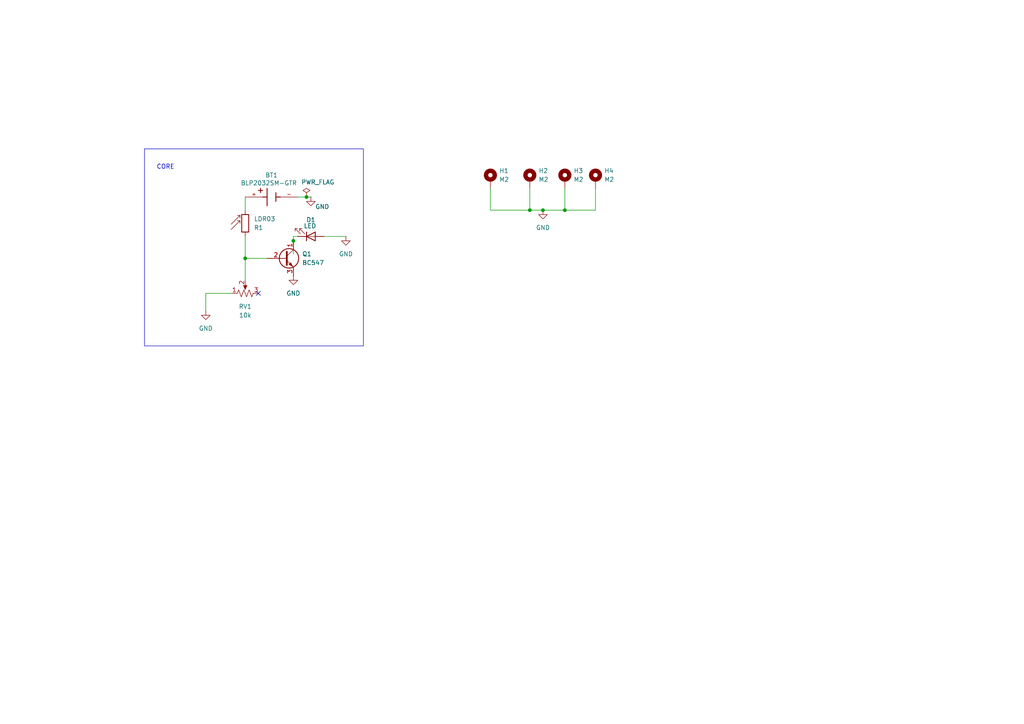
<source format=kicad_sch>
(kicad_sch
	(version 20231120)
	(generator "eeschema")
	(generator_version "8.0")
	(uuid "5433c569-4e46-4578-b473-76e2bbe26f99")
	(paper "A4")
	(lib_symbols
		(symbol "Coin_Cell_Holder:BLP2032SM-GTR"
			(pin_names
				(offset 1.016)
			)
			(exclude_from_sim no)
			(in_bom yes)
			(on_board yes)
			(property "Reference" "BT"
				(at -3.81 3.81 0)
				(effects
					(font
						(size 1.27 1.27)
					)
					(justify left bottom)
				)
			)
			(property "Value" "BLP2032SM-GTR"
				(at -3.81 -5.08 0)
				(effects
					(font
						(size 1.27 1.27)
					)
					(justify left bottom)
				)
			)
			(property "Footprint" "BLP2032SM-GTR:BAT_BLP2032SM-GTR"
				(at 0 0 0)
				(effects
					(font
						(size 1.27 1.27)
					)
					(justify bottom)
					(hide yes)
				)
			)
			(property "Datasheet" ""
				(at 0 0 0)
				(effects
					(font
						(size 1.27 1.27)
					)
					(hide yes)
				)
			)
			(property "Description" ""
				(at 0 0 0)
				(effects
					(font
						(size 1.27 1.27)
					)
					(hide yes)
				)
			)
			(property "MF" "Memory Protection Devices"
				(at 0 0 0)
				(effects
					(font
						(size 1.27 1.27)
					)
					(justify bottom)
					(hide yes)
				)
			)
			(property "MAXIMUM_PACKAGE_HEIGHT" "4.75mm"
				(at 0 0 0)
				(effects
					(font
						(size 1.27 1.27)
					)
					(justify bottom)
					(hide yes)
				)
			)
			(property "Package" "None"
				(at 0 0 0)
				(effects
					(font
						(size 1.27 1.27)
					)
					(justify bottom)
					(hide yes)
				)
			)
			(property "Price" "None"
				(at 0 0 0)
				(effects
					(font
						(size 1.27 1.27)
					)
					(justify bottom)
					(hide yes)
				)
			)
			(property "Check_prices" "https://www.snapeda.com/parts/BLP2032SM-GTR/MPD+%2528Memory+Protection+Devices%2529/view-part/?ref=eda"
				(at 0 0 0)
				(effects
					(font
						(size 1.27 1.27)
					)
					(justify bottom)
					(hide yes)
				)
			)
			(property "STANDARD" "Manufacturer Recommendations"
				(at 0 0 0)
				(effects
					(font
						(size 1.27 1.27)
					)
					(justify bottom)
					(hide yes)
				)
			)
			(property "PARTREV" "J"
				(at 0 0 0)
				(effects
					(font
						(size 1.27 1.27)
					)
					(justify bottom)
					(hide yes)
				)
			)
			(property "SnapEDA_Link" "https://www.snapeda.com/parts/BLP2032SM-GTR/MPD+%2528Memory+Protection+Devices%2529/view-part/?ref=snap"
				(at 0 0 0)
				(effects
					(font
						(size 1.27 1.27)
					)
					(justify bottom)
					(hide yes)
				)
			)
			(property "MP" "BLP2032SM-GTR"
				(at 0 0 0)
				(effects
					(font
						(size 1.27 1.27)
					)
					(justify bottom)
					(hide yes)
				)
			)
			(property "Description_1" "\nBattery Holder (Open) Coin, 20.0mm 1 Cell SMD (SMT) Tab\n"
				(at 0 0 0)
				(effects
					(font
						(size 1.27 1.27)
					)
					(justify bottom)
					(hide yes)
				)
			)
			(property "Availability" "In Stock"
				(at 0 0 0)
				(effects
					(font
						(size 1.27 1.27)
					)
					(justify bottom)
					(hide yes)
				)
			)
			(property "MANUFACTURER" "MPD"
				(at 0 0 0)
				(effects
					(font
						(size 1.27 1.27)
					)
					(justify bottom)
					(hide yes)
				)
			)
			(symbol "BLP2032SM-GTR_0_0"
				(polyline
					(pts
						(xy -3.81 1.905) (xy -2.54 1.905)
					)
					(stroke
						(width 0.254)
						(type default)
					)
					(fill
						(type none)
					)
				)
				(polyline
					(pts
						(xy -3.175 2.54) (xy -3.175 1.27)
					)
					(stroke
						(width 0.254)
						(type default)
					)
					(fill
						(type none)
					)
				)
				(polyline
					(pts
						(xy -1.27 0) (xy -2.54 0)
					)
					(stroke
						(width 0.254)
						(type default)
					)
					(fill
						(type none)
					)
				)
				(polyline
					(pts
						(xy -1.27 0) (xy -1.27 -2.54)
					)
					(stroke
						(width 0.254)
						(type default)
					)
					(fill
						(type none)
					)
				)
				(polyline
					(pts
						(xy -1.27 2.54) (xy -1.27 0)
					)
					(stroke
						(width 0.254)
						(type default)
					)
					(fill
						(type none)
					)
				)
				(polyline
					(pts
						(xy 1.27 0) (xy 1.27 -1.27)
					)
					(stroke
						(width 0.254)
						(type default)
					)
					(fill
						(type none)
					)
				)
				(polyline
					(pts
						(xy 1.27 0) (xy 2.54 0)
					)
					(stroke
						(width 0.254)
						(type default)
					)
					(fill
						(type none)
					)
				)
				(polyline
					(pts
						(xy 1.27 1.27) (xy 1.27 0)
					)
					(stroke
						(width 0.254)
						(type default)
					)
					(fill
						(type none)
					)
				)
				(pin passive line
					(at -7.62 0 0)
					(length 5.08)
					(name "~"
						(effects
							(font
								(size 1.016 1.016)
							)
						)
					)
					(number "+"
						(effects
							(font
								(size 1.016 1.016)
							)
						)
					)
				)
				(pin passive line
					(at 7.62 0 180)
					(length 5.08)
					(name "~"
						(effects
							(font
								(size 1.016 1.016)
							)
						)
					)
					(number "-"
						(effects
							(font
								(size 1.016 1.016)
							)
						)
					)
				)
			)
		)
		(symbol "Device:LED"
			(pin_numbers hide)
			(pin_names
				(offset 1.016) hide)
			(exclude_from_sim no)
			(in_bom yes)
			(on_board yes)
			(property "Reference" "D"
				(at 0 2.54 0)
				(effects
					(font
						(size 1.27 1.27)
					)
				)
			)
			(property "Value" "LED"
				(at 0 -2.54 0)
				(effects
					(font
						(size 1.27 1.27)
					)
				)
			)
			(property "Footprint" ""
				(at 0 0 0)
				(effects
					(font
						(size 1.27 1.27)
					)
					(hide yes)
				)
			)
			(property "Datasheet" "~"
				(at 0 0 0)
				(effects
					(font
						(size 1.27 1.27)
					)
					(hide yes)
				)
			)
			(property "Description" "Light emitting diode"
				(at 0 0 0)
				(effects
					(font
						(size 1.27 1.27)
					)
					(hide yes)
				)
			)
			(property "ki_keywords" "LED diode"
				(at 0 0 0)
				(effects
					(font
						(size 1.27 1.27)
					)
					(hide yes)
				)
			)
			(property "ki_fp_filters" "LED* LED_SMD:* LED_THT:*"
				(at 0 0 0)
				(effects
					(font
						(size 1.27 1.27)
					)
					(hide yes)
				)
			)
			(symbol "LED_0_1"
				(polyline
					(pts
						(xy -1.27 -1.27) (xy -1.27 1.27)
					)
					(stroke
						(width 0.254)
						(type default)
					)
					(fill
						(type none)
					)
				)
				(polyline
					(pts
						(xy -1.27 0) (xy 1.27 0)
					)
					(stroke
						(width 0)
						(type default)
					)
					(fill
						(type none)
					)
				)
				(polyline
					(pts
						(xy 1.27 -1.27) (xy 1.27 1.27) (xy -1.27 0) (xy 1.27 -1.27)
					)
					(stroke
						(width 0.254)
						(type default)
					)
					(fill
						(type none)
					)
				)
				(polyline
					(pts
						(xy -3.048 -0.762) (xy -4.572 -2.286) (xy -3.81 -2.286) (xy -4.572 -2.286) (xy -4.572 -1.524)
					)
					(stroke
						(width 0)
						(type default)
					)
					(fill
						(type none)
					)
				)
				(polyline
					(pts
						(xy -1.778 -0.762) (xy -3.302 -2.286) (xy -2.54 -2.286) (xy -3.302 -2.286) (xy -3.302 -1.524)
					)
					(stroke
						(width 0)
						(type default)
					)
					(fill
						(type none)
					)
				)
			)
			(symbol "LED_1_1"
				(pin passive line
					(at -3.81 0 0)
					(length 2.54)
					(name "K"
						(effects
							(font
								(size 1.27 1.27)
							)
						)
					)
					(number "1"
						(effects
							(font
								(size 1.27 1.27)
							)
						)
					)
				)
				(pin passive line
					(at 3.81 0 180)
					(length 2.54)
					(name "A"
						(effects
							(font
								(size 1.27 1.27)
							)
						)
					)
					(number "2"
						(effects
							(font
								(size 1.27 1.27)
							)
						)
					)
				)
			)
		)
		(symbol "Device:R_Potentiometer_US"
			(pin_names
				(offset 1.016) hide)
			(exclude_from_sim no)
			(in_bom yes)
			(on_board yes)
			(property "Reference" "RV"
				(at -4.445 0 90)
				(effects
					(font
						(size 1.27 1.27)
					)
				)
			)
			(property "Value" "R_Potentiometer_US"
				(at -2.54 0 90)
				(effects
					(font
						(size 1.27 1.27)
					)
				)
			)
			(property "Footprint" ""
				(at 0 0 0)
				(effects
					(font
						(size 1.27 1.27)
					)
					(hide yes)
				)
			)
			(property "Datasheet" "~"
				(at 0 0 0)
				(effects
					(font
						(size 1.27 1.27)
					)
					(hide yes)
				)
			)
			(property "Description" "Potentiometer, US symbol"
				(at 0 0 0)
				(effects
					(font
						(size 1.27 1.27)
					)
					(hide yes)
				)
			)
			(property "ki_keywords" "resistor variable"
				(at 0 0 0)
				(effects
					(font
						(size 1.27 1.27)
					)
					(hide yes)
				)
			)
			(property "ki_fp_filters" "Potentiometer*"
				(at 0 0 0)
				(effects
					(font
						(size 1.27 1.27)
					)
					(hide yes)
				)
			)
			(symbol "R_Potentiometer_US_0_1"
				(polyline
					(pts
						(xy 0 -2.286) (xy 0 -2.54)
					)
					(stroke
						(width 0)
						(type default)
					)
					(fill
						(type none)
					)
				)
				(polyline
					(pts
						(xy 0 2.54) (xy 0 2.286)
					)
					(stroke
						(width 0)
						(type default)
					)
					(fill
						(type none)
					)
				)
				(polyline
					(pts
						(xy 2.54 0) (xy 1.524 0)
					)
					(stroke
						(width 0)
						(type default)
					)
					(fill
						(type none)
					)
				)
				(polyline
					(pts
						(xy 1.143 0) (xy 2.286 0.508) (xy 2.286 -0.508) (xy 1.143 0)
					)
					(stroke
						(width 0)
						(type default)
					)
					(fill
						(type outline)
					)
				)
				(polyline
					(pts
						(xy 0 -0.762) (xy 1.016 -1.143) (xy 0 -1.524) (xy -1.016 -1.905) (xy 0 -2.286)
					)
					(stroke
						(width 0)
						(type default)
					)
					(fill
						(type none)
					)
				)
				(polyline
					(pts
						(xy 0 0.762) (xy 1.016 0.381) (xy 0 0) (xy -1.016 -0.381) (xy 0 -0.762)
					)
					(stroke
						(width 0)
						(type default)
					)
					(fill
						(type none)
					)
				)
				(polyline
					(pts
						(xy 0 2.286) (xy 1.016 1.905) (xy 0 1.524) (xy -1.016 1.143) (xy 0 0.762)
					)
					(stroke
						(width 0)
						(type default)
					)
					(fill
						(type none)
					)
				)
			)
			(symbol "R_Potentiometer_US_1_1"
				(pin passive line
					(at 0 3.81 270)
					(length 1.27)
					(name "1"
						(effects
							(font
								(size 1.27 1.27)
							)
						)
					)
					(number "1"
						(effects
							(font
								(size 1.27 1.27)
							)
						)
					)
				)
				(pin passive line
					(at 3.81 0 180)
					(length 1.27)
					(name "2"
						(effects
							(font
								(size 1.27 1.27)
							)
						)
					)
					(number "2"
						(effects
							(font
								(size 1.27 1.27)
							)
						)
					)
				)
				(pin passive line
					(at 0 -3.81 90)
					(length 1.27)
					(name "3"
						(effects
							(font
								(size 1.27 1.27)
							)
						)
					)
					(number "3"
						(effects
							(font
								(size 1.27 1.27)
							)
						)
					)
				)
			)
		)
		(symbol "Mechanical:MountingHole_Pad"
			(pin_numbers hide)
			(pin_names
				(offset 1.016) hide)
			(exclude_from_sim yes)
			(in_bom no)
			(on_board yes)
			(property "Reference" "H"
				(at 0 6.35 0)
				(effects
					(font
						(size 1.27 1.27)
					)
				)
			)
			(property "Value" "MountingHole_Pad"
				(at 0 4.445 0)
				(effects
					(font
						(size 1.27 1.27)
					)
				)
			)
			(property "Footprint" ""
				(at 0 0 0)
				(effects
					(font
						(size 1.27 1.27)
					)
					(hide yes)
				)
			)
			(property "Datasheet" "~"
				(at 0 0 0)
				(effects
					(font
						(size 1.27 1.27)
					)
					(hide yes)
				)
			)
			(property "Description" "Mounting Hole with connection"
				(at 0 0 0)
				(effects
					(font
						(size 1.27 1.27)
					)
					(hide yes)
				)
			)
			(property "ki_keywords" "mounting hole"
				(at 0 0 0)
				(effects
					(font
						(size 1.27 1.27)
					)
					(hide yes)
				)
			)
			(property "ki_fp_filters" "MountingHole*Pad*"
				(at 0 0 0)
				(effects
					(font
						(size 1.27 1.27)
					)
					(hide yes)
				)
			)
			(symbol "MountingHole_Pad_0_1"
				(circle
					(center 0 1.27)
					(radius 1.27)
					(stroke
						(width 1.27)
						(type default)
					)
					(fill
						(type none)
					)
				)
			)
			(symbol "MountingHole_Pad_1_1"
				(pin input line
					(at 0 -2.54 90)
					(length 2.54)
					(name "1"
						(effects
							(font
								(size 1.27 1.27)
							)
						)
					)
					(number "1"
						(effects
							(font
								(size 1.27 1.27)
							)
						)
					)
				)
			)
		)
		(symbol "Sensor_Optical:LDR03"
			(pin_numbers hide)
			(pin_names
				(offset 0)
			)
			(exclude_from_sim no)
			(in_bom yes)
			(on_board yes)
			(property "Reference" "R"
				(at -5.08 0 90)
				(effects
					(font
						(size 1.27 1.27)
					)
				)
			)
			(property "Value" "LDR03"
				(at 1.905 0 90)
				(effects
					(font
						(size 1.27 1.27)
					)
					(justify top)
				)
			)
			(property "Footprint" "OptoDevice:R_LDR_10x8.5mm_P7.6mm_Vertical"
				(at 4.445 0 90)
				(effects
					(font
						(size 1.27 1.27)
					)
					(hide yes)
				)
			)
			(property "Datasheet" "http://www.elektronica-componenten.nl/WebRoot/StoreNL/Shops/61422969/54F1/BA0C/C664/31B9/2173/C0A8/2AB9/2AEF/LDR03IMP.pdf"
				(at 0 -1.27 0)
				(effects
					(font
						(size 1.27 1.27)
					)
					(hide yes)
				)
			)
			(property "Description" "light dependent resistor"
				(at 0 0 0)
				(effects
					(font
						(size 1.27 1.27)
					)
					(hide yes)
				)
			)
			(property "ki_keywords" "light dependent photo resistor LDR"
				(at 0 0 0)
				(effects
					(font
						(size 1.27 1.27)
					)
					(hide yes)
				)
			)
			(property "ki_fp_filters" "R*LDR*10x8.5mm*P7.6mm*"
				(at 0 0 0)
				(effects
					(font
						(size 1.27 1.27)
					)
					(hide yes)
				)
			)
			(symbol "LDR03_0_1"
				(rectangle
					(start -1.016 2.54)
					(end 1.016 -2.54)
					(stroke
						(width 0.254)
						(type default)
					)
					(fill
						(type none)
					)
				)
				(polyline
					(pts
						(xy -1.524 -2.286) (xy -4.064 0.254)
					)
					(stroke
						(width 0)
						(type default)
					)
					(fill
						(type none)
					)
				)
				(polyline
					(pts
						(xy -1.524 -2.286) (xy -2.286 -2.286)
					)
					(stroke
						(width 0)
						(type default)
					)
					(fill
						(type none)
					)
				)
				(polyline
					(pts
						(xy -1.524 -2.286) (xy -1.524 -1.524)
					)
					(stroke
						(width 0)
						(type default)
					)
					(fill
						(type none)
					)
				)
				(polyline
					(pts
						(xy -1.524 -0.762) (xy -4.064 1.778)
					)
					(stroke
						(width 0)
						(type default)
					)
					(fill
						(type none)
					)
				)
				(polyline
					(pts
						(xy -1.524 -0.762) (xy -2.286 -0.762)
					)
					(stroke
						(width 0)
						(type default)
					)
					(fill
						(type none)
					)
				)
				(polyline
					(pts
						(xy -1.524 -0.762) (xy -1.524 0)
					)
					(stroke
						(width 0)
						(type default)
					)
					(fill
						(type none)
					)
				)
			)
			(symbol "LDR03_1_1"
				(pin passive line
					(at 0 3.81 270)
					(length 1.27)
					(name "~"
						(effects
							(font
								(size 1.27 1.27)
							)
						)
					)
					(number "1"
						(effects
							(font
								(size 1.27 1.27)
							)
						)
					)
				)
				(pin passive line
					(at 0 -3.81 90)
					(length 1.27)
					(name "~"
						(effects
							(font
								(size 1.27 1.27)
							)
						)
					)
					(number "2"
						(effects
							(font
								(size 1.27 1.27)
							)
						)
					)
				)
			)
		)
		(symbol "Transistor_BJT:BC547"
			(pin_names
				(offset 0) hide)
			(exclude_from_sim no)
			(in_bom yes)
			(on_board yes)
			(property "Reference" "Q"
				(at 5.08 1.905 0)
				(effects
					(font
						(size 1.27 1.27)
					)
					(justify left)
				)
			)
			(property "Value" "BC547"
				(at 5.08 0 0)
				(effects
					(font
						(size 1.27 1.27)
					)
					(justify left)
				)
			)
			(property "Footprint" "Package_TO_SOT_THT:TO-92_Inline"
				(at 5.08 -1.905 0)
				(effects
					(font
						(size 1.27 1.27)
						(italic yes)
					)
					(justify left)
					(hide yes)
				)
			)
			(property "Datasheet" "https://www.onsemi.com/pub/Collateral/BC550-D.pdf"
				(at 0 0 0)
				(effects
					(font
						(size 1.27 1.27)
					)
					(justify left)
					(hide yes)
				)
			)
			(property "Description" "0.1A Ic, 45V Vce, Small Signal NPN Transistor, TO-92"
				(at 0 0 0)
				(effects
					(font
						(size 1.27 1.27)
					)
					(hide yes)
				)
			)
			(property "ki_keywords" "NPN Transistor"
				(at 0 0 0)
				(effects
					(font
						(size 1.27 1.27)
					)
					(hide yes)
				)
			)
			(property "ki_fp_filters" "TO?92*"
				(at 0 0 0)
				(effects
					(font
						(size 1.27 1.27)
					)
					(hide yes)
				)
			)
			(symbol "BC547_0_1"
				(polyline
					(pts
						(xy 0 0) (xy 0.635 0)
					)
					(stroke
						(width 0)
						(type default)
					)
					(fill
						(type none)
					)
				)
				(polyline
					(pts
						(xy 0.635 0.635) (xy 2.54 2.54)
					)
					(stroke
						(width 0)
						(type default)
					)
					(fill
						(type none)
					)
				)
				(polyline
					(pts
						(xy 0.635 -0.635) (xy 2.54 -2.54) (xy 2.54 -2.54)
					)
					(stroke
						(width 0)
						(type default)
					)
					(fill
						(type none)
					)
				)
				(polyline
					(pts
						(xy 0.635 1.905) (xy 0.635 -1.905) (xy 0.635 -1.905)
					)
					(stroke
						(width 0.508)
						(type default)
					)
					(fill
						(type none)
					)
				)
				(polyline
					(pts
						(xy 1.27 -1.778) (xy 1.778 -1.27) (xy 2.286 -2.286) (xy 1.27 -1.778) (xy 1.27 -1.778)
					)
					(stroke
						(width 0)
						(type default)
					)
					(fill
						(type outline)
					)
				)
				(circle
					(center 1.27 0)
					(radius 2.8194)
					(stroke
						(width 0.254)
						(type default)
					)
					(fill
						(type none)
					)
				)
			)
			(symbol "BC547_1_1"
				(pin passive line
					(at 2.54 5.08 270)
					(length 2.54)
					(name "C"
						(effects
							(font
								(size 1.27 1.27)
							)
						)
					)
					(number "1"
						(effects
							(font
								(size 1.27 1.27)
							)
						)
					)
				)
				(pin input line
					(at -5.08 0 0)
					(length 5.08)
					(name "B"
						(effects
							(font
								(size 1.27 1.27)
							)
						)
					)
					(number "2"
						(effects
							(font
								(size 1.27 1.27)
							)
						)
					)
				)
				(pin passive line
					(at 2.54 -5.08 90)
					(length 2.54)
					(name "E"
						(effects
							(font
								(size 1.27 1.27)
							)
						)
					)
					(number "3"
						(effects
							(font
								(size 1.27 1.27)
							)
						)
					)
				)
			)
		)
		(symbol "power:GND"
			(power)
			(pin_numbers hide)
			(pin_names
				(offset 0) hide)
			(exclude_from_sim no)
			(in_bom yes)
			(on_board yes)
			(property "Reference" "#PWR"
				(at 0 -6.35 0)
				(effects
					(font
						(size 1.27 1.27)
					)
					(hide yes)
				)
			)
			(property "Value" "GND"
				(at 0 -3.81 0)
				(effects
					(font
						(size 1.27 1.27)
					)
				)
			)
			(property "Footprint" ""
				(at 0 0 0)
				(effects
					(font
						(size 1.27 1.27)
					)
					(hide yes)
				)
			)
			(property "Datasheet" ""
				(at 0 0 0)
				(effects
					(font
						(size 1.27 1.27)
					)
					(hide yes)
				)
			)
			(property "Description" "Power symbol creates a global label with name \"GND\" , ground"
				(at 0 0 0)
				(effects
					(font
						(size 1.27 1.27)
					)
					(hide yes)
				)
			)
			(property "ki_keywords" "global power"
				(at 0 0 0)
				(effects
					(font
						(size 1.27 1.27)
					)
					(hide yes)
				)
			)
			(symbol "GND_0_1"
				(polyline
					(pts
						(xy 0 0) (xy 0 -1.27) (xy 1.27 -1.27) (xy 0 -2.54) (xy -1.27 -1.27) (xy 0 -1.27)
					)
					(stroke
						(width 0)
						(type default)
					)
					(fill
						(type none)
					)
				)
			)
			(symbol "GND_1_1"
				(pin power_in line
					(at 0 0 270)
					(length 0)
					(name "~"
						(effects
							(font
								(size 1.27 1.27)
							)
						)
					)
					(number "1"
						(effects
							(font
								(size 1.27 1.27)
							)
						)
					)
				)
			)
		)
		(symbol "power:PWR_FLAG"
			(power)
			(pin_numbers hide)
			(pin_names
				(offset 0) hide)
			(exclude_from_sim no)
			(in_bom yes)
			(on_board yes)
			(property "Reference" "#FLG"
				(at 0 1.905 0)
				(effects
					(font
						(size 1.27 1.27)
					)
					(hide yes)
				)
			)
			(property "Value" "PWR_FLAG"
				(at 0 3.81 0)
				(effects
					(font
						(size 1.27 1.27)
					)
				)
			)
			(property "Footprint" ""
				(at 0 0 0)
				(effects
					(font
						(size 1.27 1.27)
					)
					(hide yes)
				)
			)
			(property "Datasheet" "~"
				(at 0 0 0)
				(effects
					(font
						(size 1.27 1.27)
					)
					(hide yes)
				)
			)
			(property "Description" "Special symbol for telling ERC where power comes from"
				(at 0 0 0)
				(effects
					(font
						(size 1.27 1.27)
					)
					(hide yes)
				)
			)
			(property "ki_keywords" "flag power"
				(at 0 0 0)
				(effects
					(font
						(size 1.27 1.27)
					)
					(hide yes)
				)
			)
			(symbol "PWR_FLAG_0_0"
				(pin power_out line
					(at 0 0 90)
					(length 0)
					(name "~"
						(effects
							(font
								(size 1.27 1.27)
							)
						)
					)
					(number "1"
						(effects
							(font
								(size 1.27 1.27)
							)
						)
					)
				)
			)
			(symbol "PWR_FLAG_0_1"
				(polyline
					(pts
						(xy 0 0) (xy 0 1.27) (xy -1.016 1.905) (xy 0 2.54) (xy 1.016 1.905) (xy 0 1.27)
					)
					(stroke
						(width 0)
						(type default)
					)
					(fill
						(type none)
					)
				)
			)
		)
	)
	(junction
		(at 71.12 74.93)
		(diameter 0)
		(color 0 0 0 0)
		(uuid "0a0830af-b4ce-419a-8fa5-5e189152e74b")
	)
	(junction
		(at 85.09 69.85)
		(diameter 0)
		(color 0 0 0 0)
		(uuid "1c19e696-0fcb-491b-a71a-bd2a044d745a")
	)
	(junction
		(at 153.67 60.96)
		(diameter 0)
		(color 0 0 0 0)
		(uuid "452cf2ce-f9b4-499b-aebb-8e166b1713a0")
	)
	(junction
		(at 157.48 60.96)
		(diameter 0)
		(color 0 0 0 0)
		(uuid "ba6669e4-8434-4c6b-bebd-e42760b8648f")
	)
	(junction
		(at 163.83 60.96)
		(diameter 0)
		(color 0 0 0 0)
		(uuid "d9ef2af7-70c1-484d-a9bb-752b7dfae90e")
	)
	(junction
		(at 88.9 57.15)
		(diameter 0)
		(color 0 0 0 0)
		(uuid "dacf8b77-ecab-4ad9-a6a0-30fde7815a43")
	)
	(no_connect
		(at 74.93 85.09)
		(uuid "6fd3812a-f789-4dd8-8fdb-225f813b8ac1")
	)
	(wire
		(pts
			(xy 88.9 57.15) (xy 90.17 57.15)
		)
		(stroke
			(width 0)
			(type default)
		)
		(uuid "08e6627c-362a-4802-bfa4-6afd252403b3")
	)
	(wire
		(pts
			(xy 93.98 68.58) (xy 100.33 68.58)
		)
		(stroke
			(width 0)
			(type default)
		)
		(uuid "28304be5-4992-46f9-9659-de3a8cbc42b3")
	)
	(wire
		(pts
			(xy 85.09 73.66) (xy 85.09 69.85)
		)
		(stroke
			(width 0)
			(type default)
		)
		(uuid "2b3b5615-094d-44e5-b8a0-592fa075d79d")
	)
	(wire
		(pts
			(xy 172.72 60.96) (xy 163.83 60.96)
		)
		(stroke
			(width 0)
			(type default)
		)
		(uuid "36a9971b-e536-4b7d-b701-117679b4cb8c")
	)
	(wire
		(pts
			(xy 153.67 54.61) (xy 153.67 60.96)
		)
		(stroke
			(width 0)
			(type default)
		)
		(uuid "3de39029-85c5-4252-afdc-6f4ceb40d3a7")
	)
	(wire
		(pts
			(xy 142.24 54.61) (xy 142.24 60.96)
		)
		(stroke
			(width 0)
			(type default)
		)
		(uuid "5f9be996-9923-4d09-94d0-9181723bc1d7")
	)
	(wire
		(pts
			(xy 85.09 68.58) (xy 85.09 69.85)
		)
		(stroke
			(width 0)
			(type default)
		)
		(uuid "6070bebd-b24a-4ab6-a9e3-5c0404e9681b")
	)
	(wire
		(pts
			(xy 172.72 54.61) (xy 172.72 60.96)
		)
		(stroke
			(width 0)
			(type default)
		)
		(uuid "678cd1e4-8fc8-4b0b-b216-20b16c2abd7f")
	)
	(wire
		(pts
			(xy 59.69 85.09) (xy 67.31 85.09)
		)
		(stroke
			(width 0)
			(type default)
		)
		(uuid "68ddcb69-295e-41bb-96d6-1024a1afce55")
	)
	(wire
		(pts
			(xy 142.24 60.96) (xy 153.67 60.96)
		)
		(stroke
			(width 0)
			(type default)
		)
		(uuid "7305e330-34ba-4209-966e-0502f34f7ca6")
	)
	(wire
		(pts
			(xy 163.83 54.61) (xy 163.83 60.96)
		)
		(stroke
			(width 0)
			(type default)
		)
		(uuid "8271c3b1-e41a-42d2-87c6-8f7ba674f1c2")
	)
	(wire
		(pts
			(xy 59.69 90.17) (xy 59.69 85.09)
		)
		(stroke
			(width 0)
			(type default)
		)
		(uuid "8d9a7076-4857-4a09-a2c7-cbd84f05b0de")
	)
	(wire
		(pts
			(xy 77.47 74.93) (xy 71.12 74.93)
		)
		(stroke
			(width 0)
			(type default)
		)
		(uuid "93f41815-8eda-480c-b01c-3b35e39e27c1")
	)
	(wire
		(pts
			(xy 153.67 60.96) (xy 157.48 60.96)
		)
		(stroke
			(width 0)
			(type default)
		)
		(uuid "96409115-ae25-4df7-9874-f51d8c275496")
	)
	(wire
		(pts
			(xy 86.36 57.15) (xy 88.9 57.15)
		)
		(stroke
			(width 0)
			(type default)
		)
		(uuid "9b1c4fca-805d-4777-9574-a6c47431fb4b")
	)
	(wire
		(pts
			(xy 71.12 57.15) (xy 71.12 60.96)
		)
		(stroke
			(width 0)
			(type default)
		)
		(uuid "a261c564-611a-452b-b233-9c56fa352996")
	)
	(wire
		(pts
			(xy 86.36 68.58) (xy 85.09 68.58)
		)
		(stroke
			(width 0)
			(type default)
		)
		(uuid "b017f1f9-fbf2-4b25-9044-a5b1bee28f59")
	)
	(wire
		(pts
			(xy 71.12 68.58) (xy 71.12 74.93)
		)
		(stroke
			(width 0)
			(type default)
		)
		(uuid "d277e710-1e71-41ae-bc81-9a9862e0c2f8")
	)
	(wire
		(pts
			(xy 71.12 74.93) (xy 71.12 81.28)
		)
		(stroke
			(width 0)
			(type default)
		)
		(uuid "d43b10c4-20a7-4370-95d4-2d26f67610b0")
	)
	(wire
		(pts
			(xy 163.83 60.96) (xy 157.48 60.96)
		)
		(stroke
			(width 0)
			(type default)
		)
		(uuid "d86dc715-75a0-402f-ab8f-322689eeb0d5")
	)
	(rectangle
		(start 41.91 43.18)
		(end 105.41 100.33)
		(stroke
			(width 0)
			(type default)
		)
		(fill
			(type none)
		)
		(uuid 530e60db-bacf-43ef-8cbe-1e575f331d2e)
	)
	(text "CORE"
		(exclude_from_sim no)
		(at 48.006 48.514 0)
		(effects
			(font
				(size 1.27 1.27)
			)
		)
		(uuid "9e90218e-4b7e-4a84-bc8e-15c286081bf4")
	)
	(symbol
		(lib_id "Device:LED")
		(at 90.17 68.58 0)
		(mirror x)
		(unit 1)
		(exclude_from_sim no)
		(in_bom yes)
		(on_board yes)
		(dnp no)
		(uuid "184e2c00-c0b6-4f17-9ffe-75c36fdf23ac")
		(property "Reference" "D1"
			(at 90.17 63.754 0)
			(effects
				(font
					(size 1.27 1.27)
				)
			)
		)
		(property "Value" "LED"
			(at 89.916 65.532 0)
			(effects
				(font
					(size 1.27 1.27)
				)
			)
		)
		(property "Footprint" "LED_SMD:LED_0603_1608Metric"
			(at 90.17 68.58 0)
			(effects
				(font
					(size 1.27 1.27)
				)
				(hide yes)
			)
		)
		(property "Datasheet" "~"
			(at 90.17 68.58 0)
			(effects
				(font
					(size 1.27 1.27)
				)
				(hide yes)
			)
		)
		(property "Description" "Light emitting diode"
			(at 90.17 68.58 0)
			(effects
				(font
					(size 1.27 1.27)
				)
				(hide yes)
			)
		)
		(pin "2"
			(uuid "b178805f-5cbb-4e62-85eb-bceb1982677d")
		)
		(pin "1"
			(uuid "7dff8df3-a2b8-4ee8-86ea-4f4bf5f2d48d")
		)
		(instances
			(project ""
				(path "/5433c569-4e46-4578-b473-76e2bbe26f99"
					(reference "D1")
					(unit 1)
				)
			)
		)
	)
	(symbol
		(lib_id "Coin_Cell_Holder:BLP2032SM-GTR")
		(at 78.74 57.15 0)
		(unit 1)
		(exclude_from_sim no)
		(in_bom yes)
		(on_board yes)
		(dnp no)
		(uuid "1e1097e5-a490-4ed2-b632-6ca59077e823")
		(property "Reference" "BT1"
			(at 78.74 50.8 0)
			(effects
				(font
					(size 1.27 1.27)
				)
			)
		)
		(property "Value" "BLP2032SM-GTR"
			(at 77.978 53.086 0)
			(effects
				(font
					(size 1.27 1.27)
				)
			)
		)
		(property "Footprint" "Coin_Cell_Holder:BAT_BLP2032SM-GTR"
			(at 78.74 57.15 0)
			(effects
				(font
					(size 1.27 1.27)
				)
				(justify bottom)
				(hide yes)
			)
		)
		(property "Datasheet" ""
			(at 78.74 57.15 0)
			(effects
				(font
					(size 1.27 1.27)
				)
				(hide yes)
			)
		)
		(property "Description" ""
			(at 78.74 57.15 0)
			(effects
				(font
					(size 1.27 1.27)
				)
				(hide yes)
			)
		)
		(property "MF" "Memory Protection Devices"
			(at 78.74 57.15 0)
			(effects
				(font
					(size 1.27 1.27)
				)
				(justify bottom)
				(hide yes)
			)
		)
		(property "MAXIMUM_PACKAGE_HEIGHT" "4.75mm"
			(at 78.74 57.15 0)
			(effects
				(font
					(size 1.27 1.27)
				)
				(justify bottom)
				(hide yes)
			)
		)
		(property "Package" "None"
			(at 78.74 57.15 0)
			(effects
				(font
					(size 1.27 1.27)
				)
				(justify bottom)
				(hide yes)
			)
		)
		(property "Price" "None"
			(at 78.74 57.15 0)
			(effects
				(font
					(size 1.27 1.27)
				)
				(justify bottom)
				(hide yes)
			)
		)
		(property "Check_prices" "https://www.snapeda.com/parts/BLP2032SM-GTR/MPD+%2528Memory+Protection+Devices%2529/view-part/?ref=eda"
			(at 78.74 57.15 0)
			(effects
				(font
					(size 1.27 1.27)
				)
				(justify bottom)
				(hide yes)
			)
		)
		(property "STANDARD" "Manufacturer Recommendations"
			(at 78.74 57.15 0)
			(effects
				(font
					(size 1.27 1.27)
				)
				(justify bottom)
				(hide yes)
			)
		)
		(property "PARTREV" "J"
			(at 78.74 57.15 0)
			(effects
				(font
					(size 1.27 1.27)
				)
				(justify bottom)
				(hide yes)
			)
		)
		(property "SnapEDA_Link" "https://www.snapeda.com/parts/BLP2032SM-GTR/MPD+%2528Memory+Protection+Devices%2529/view-part/?ref=snap"
			(at 78.74 57.15 0)
			(effects
				(font
					(size 1.27 1.27)
				)
				(justify bottom)
				(hide yes)
			)
		)
		(property "MP" "BLP2032SM-GTR"
			(at 78.74 57.15 0)
			(effects
				(font
					(size 1.27 1.27)
				)
				(justify bottom)
				(hide yes)
			)
		)
		(property "Description_1" "\nBattery Holder (Open) Coin, 20.0mm 1 Cell SMD (SMT) Tab\n"
			(at 78.74 57.15 0)
			(effects
				(font
					(size 1.27 1.27)
				)
				(justify bottom)
				(hide yes)
			)
		)
		(property "Availability" "In Stock"
			(at 78.74 57.15 0)
			(effects
				(font
					(size 1.27 1.27)
				)
				(justify bottom)
				(hide yes)
			)
		)
		(property "MANUFACTURER" "MPD"
			(at 78.74 57.15 0)
			(effects
				(font
					(size 1.27 1.27)
				)
				(justify bottom)
				(hide yes)
			)
		)
		(pin "+"
			(uuid "41f4e166-e926-4bb8-966c-c650220e95ea")
		)
		(pin "-"
			(uuid "f281f881-6dba-4005-ab81-844e67af81c7")
		)
		(instances
			(project ""
				(path "/5433c569-4e46-4578-b473-76e2bbe26f99"
					(reference "BT1")
					(unit 1)
				)
			)
		)
	)
	(symbol
		(lib_id "power:GND")
		(at 90.17 57.15 0)
		(unit 1)
		(exclude_from_sim no)
		(in_bom yes)
		(on_board yes)
		(dnp no)
		(uuid "54c2881b-88e3-44ee-af26-5a6ac510b659")
		(property "Reference" "#PWR04"
			(at 90.17 63.5 0)
			(effects
				(font
					(size 1.27 1.27)
				)
				(hide yes)
			)
		)
		(property "Value" "GND"
			(at 93.472 59.944 0)
			(effects
				(font
					(size 1.27 1.27)
				)
			)
		)
		(property "Footprint" ""
			(at 90.17 57.15 0)
			(effects
				(font
					(size 1.27 1.27)
				)
				(hide yes)
			)
		)
		(property "Datasheet" ""
			(at 90.17 57.15 0)
			(effects
				(font
					(size 1.27 1.27)
				)
				(hide yes)
			)
		)
		(property "Description" "Power symbol creates a global label with name \"GND\" , ground"
			(at 90.17 57.15 0)
			(effects
				(font
					(size 1.27 1.27)
				)
				(hide yes)
			)
		)
		(pin "1"
			(uuid "def3a274-6cf0-4319-a807-ad3c2e18148b")
		)
		(instances
			(project ""
				(path "/5433c569-4e46-4578-b473-76e2bbe26f99"
					(reference "#PWR04")
					(unit 1)
				)
			)
		)
	)
	(symbol
		(lib_id "power:GND")
		(at 100.33 68.58 0)
		(unit 1)
		(exclude_from_sim no)
		(in_bom yes)
		(on_board yes)
		(dnp no)
		(fields_autoplaced yes)
		(uuid "550e1c53-ae09-46fb-9a10-6d6a992b2b2e")
		(property "Reference" "#PWR01"
			(at 100.33 74.93 0)
			(effects
				(font
					(size 1.27 1.27)
				)
				(hide yes)
			)
		)
		(property "Value" "GND"
			(at 100.33 73.66 0)
			(effects
				(font
					(size 1.27 1.27)
				)
			)
		)
		(property "Footprint" ""
			(at 100.33 68.58 0)
			(effects
				(font
					(size 1.27 1.27)
				)
				(hide yes)
			)
		)
		(property "Datasheet" ""
			(at 100.33 68.58 0)
			(effects
				(font
					(size 1.27 1.27)
				)
				(hide yes)
			)
		)
		(property "Description" "Power symbol creates a global label with name \"GND\" , ground"
			(at 100.33 68.58 0)
			(effects
				(font
					(size 1.27 1.27)
				)
				(hide yes)
			)
		)
		(pin "1"
			(uuid "5c36c8ad-1d64-4e3f-935f-7abf75e4fc9e")
		)
		(instances
			(project ""
				(path "/5433c569-4e46-4578-b473-76e2bbe26f99"
					(reference "#PWR01")
					(unit 1)
				)
			)
		)
	)
	(symbol
		(lib_id "power:GND")
		(at 59.69 90.17 0)
		(unit 1)
		(exclude_from_sim no)
		(in_bom yes)
		(on_board yes)
		(dnp no)
		(fields_autoplaced yes)
		(uuid "561047ea-103e-4017-9c2d-543af9831fcb")
		(property "Reference" "#PWR02"
			(at 59.69 96.52 0)
			(effects
				(font
					(size 1.27 1.27)
				)
				(hide yes)
			)
		)
		(property "Value" "GND"
			(at 59.69 95.25 0)
			(effects
				(font
					(size 1.27 1.27)
				)
			)
		)
		(property "Footprint" ""
			(at 59.69 90.17 0)
			(effects
				(font
					(size 1.27 1.27)
				)
				(hide yes)
			)
		)
		(property "Datasheet" ""
			(at 59.69 90.17 0)
			(effects
				(font
					(size 1.27 1.27)
				)
				(hide yes)
			)
		)
		(property "Description" "Power symbol creates a global label with name \"GND\" , ground"
			(at 59.69 90.17 0)
			(effects
				(font
					(size 1.27 1.27)
				)
				(hide yes)
			)
		)
		(pin "1"
			(uuid "f13a6865-2853-4ceb-b522-5b80282f1297")
		)
		(instances
			(project ""
				(path "/5433c569-4e46-4578-b473-76e2bbe26f99"
					(reference "#PWR02")
					(unit 1)
				)
			)
		)
	)
	(symbol
		(lib_id "power:GND")
		(at 85.09 80.01 0)
		(unit 1)
		(exclude_from_sim no)
		(in_bom yes)
		(on_board yes)
		(dnp no)
		(fields_autoplaced yes)
		(uuid "676f95d1-152a-4878-8b80-0f51eda16c4c")
		(property "Reference" "#PWR03"
			(at 85.09 86.36 0)
			(effects
				(font
					(size 1.27 1.27)
				)
				(hide yes)
			)
		)
		(property "Value" "GND"
			(at 85.09 85.09 0)
			(effects
				(font
					(size 1.27 1.27)
				)
			)
		)
		(property "Footprint" ""
			(at 85.09 80.01 0)
			(effects
				(font
					(size 1.27 1.27)
				)
				(hide yes)
			)
		)
		(property "Datasheet" ""
			(at 85.09 80.01 0)
			(effects
				(font
					(size 1.27 1.27)
				)
				(hide yes)
			)
		)
		(property "Description" "Power symbol creates a global label with name \"GND\" , ground"
			(at 85.09 80.01 0)
			(effects
				(font
					(size 1.27 1.27)
				)
				(hide yes)
			)
		)
		(pin "1"
			(uuid "f13a6865-2853-4ceb-b522-5b80282f1297")
		)
		(instances
			(project ""
				(path "/5433c569-4e46-4578-b473-76e2bbe26f99"
					(reference "#PWR03")
					(unit 1)
				)
			)
		)
	)
	(symbol
		(lib_id "Mechanical:MountingHole_Pad")
		(at 172.72 52.07 0)
		(unit 1)
		(exclude_from_sim yes)
		(in_bom no)
		(on_board yes)
		(dnp no)
		(fields_autoplaced yes)
		(uuid "749f090a-9515-44dd-9c81-2e8a56e94cd6")
		(property "Reference" "H4"
			(at 175.26 49.5299 0)
			(effects
				(font
					(size 1.27 1.27)
				)
				(justify left)
			)
		)
		(property "Value" "M2"
			(at 175.26 52.0699 0)
			(effects
				(font
					(size 1.27 1.27)
				)
				(justify left)
			)
		)
		(property "Footprint" "MountingHole:MountingHole_2.2mm_M2_Pad_Via"
			(at 172.72 52.07 0)
			(effects
				(font
					(size 1.27 1.27)
				)
				(hide yes)
			)
		)
		(property "Datasheet" "~"
			(at 172.72 52.07 0)
			(effects
				(font
					(size 1.27 1.27)
				)
				(hide yes)
			)
		)
		(property "Description" "Mounting Hole with connection"
			(at 172.72 52.07 0)
			(effects
				(font
					(size 1.27 1.27)
				)
				(hide yes)
			)
		)
		(pin "1"
			(uuid "c3716d49-df50-43c9-bad6-60250971fe2d")
		)
		(instances
			(project ""
				(path "/5433c569-4e46-4578-b473-76e2bbe26f99"
					(reference "H4")
					(unit 1)
				)
			)
		)
	)
	(symbol
		(lib_id "Device:R_Potentiometer_US")
		(at 71.12 85.09 90)
		(unit 1)
		(exclude_from_sim no)
		(in_bom yes)
		(on_board yes)
		(dnp no)
		(fields_autoplaced yes)
		(uuid "769d13df-215e-4a31-8cfb-e146599f0975")
		(property "Reference" "RV1"
			(at 71.12 88.9 90)
			(effects
				(font
					(size 1.27 1.27)
				)
			)
		)
		(property "Value" "10k"
			(at 71.12 91.44 90)
			(effects
				(font
					(size 1.27 1.27)
				)
			)
		)
		(property "Footprint" "trim potentiometer:TRIM_3362P-1-204"
			(at 71.12 85.09 0)
			(effects
				(font
					(size 1.27 1.27)
				)
				(hide yes)
			)
		)
		(property "Datasheet" "~"
			(at 71.12 85.09 0)
			(effects
				(font
					(size 1.27 1.27)
				)
				(hide yes)
			)
		)
		(property "Description" "Potentiometer, US symbol"
			(at 71.12 85.09 0)
			(effects
				(font
					(size 1.27 1.27)
				)
				(hide yes)
			)
		)
		(pin "2"
			(uuid "1858795a-30a7-47eb-8529-2345e0d84e86")
		)
		(pin "1"
			(uuid "4d76bd31-6957-47cf-8739-b5ff828eb874")
		)
		(pin "3"
			(uuid "7606b1f5-91e2-4d22-a920-3939fb33c5b7")
		)
		(instances
			(project ""
				(path "/5433c569-4e46-4578-b473-76e2bbe26f99"
					(reference "RV1")
					(unit 1)
				)
			)
		)
	)
	(symbol
		(lib_id "Mechanical:MountingHole_Pad")
		(at 153.67 52.07 0)
		(unit 1)
		(exclude_from_sim yes)
		(in_bom no)
		(on_board yes)
		(dnp no)
		(fields_autoplaced yes)
		(uuid "782c3134-dbb4-4809-a69d-3ef67334640b")
		(property "Reference" "H2"
			(at 156.21 49.5299 0)
			(effects
				(font
					(size 1.27 1.27)
				)
				(justify left)
			)
		)
		(property "Value" "M2"
			(at 156.21 52.0699 0)
			(effects
				(font
					(size 1.27 1.27)
				)
				(justify left)
			)
		)
		(property "Footprint" "MountingHole:MountingHole_2.2mm_M2_Pad_Via"
			(at 153.67 52.07 0)
			(effects
				(font
					(size 1.27 1.27)
				)
				(hide yes)
			)
		)
		(property "Datasheet" "~"
			(at 153.67 52.07 0)
			(effects
				(font
					(size 1.27 1.27)
				)
				(hide yes)
			)
		)
		(property "Description" "Mounting Hole with connection"
			(at 153.67 52.07 0)
			(effects
				(font
					(size 1.27 1.27)
				)
				(hide yes)
			)
		)
		(pin "1"
			(uuid "c3716d49-df50-43c9-bad6-60250971fe2d")
		)
		(instances
			(project ""
				(path "/5433c569-4e46-4578-b473-76e2bbe26f99"
					(reference "H2")
					(unit 1)
				)
			)
		)
	)
	(symbol
		(lib_id "power:PWR_FLAG")
		(at 88.9 57.15 0)
		(unit 1)
		(exclude_from_sim no)
		(in_bom yes)
		(on_board yes)
		(dnp no)
		(uuid "9ab00bcf-5420-415e-a0b7-1c0da94de7f7")
		(property "Reference" "#FLG01"
			(at 88.9 55.245 0)
			(effects
				(font
					(size 1.27 1.27)
				)
				(hide yes)
			)
		)
		(property "Value" "PWR_FLAG"
			(at 92.202 52.832 0)
			(effects
				(font
					(size 1.27 1.27)
				)
			)
		)
		(property "Footprint" ""
			(at 88.9 57.15 0)
			(effects
				(font
					(size 1.27 1.27)
				)
				(hide yes)
			)
		)
		(property "Datasheet" "~"
			(at 88.9 57.15 0)
			(effects
				(font
					(size 1.27 1.27)
				)
				(hide yes)
			)
		)
		(property "Description" "Special symbol for telling ERC where power comes from"
			(at 88.9 57.15 0)
			(effects
				(font
					(size 1.27 1.27)
				)
				(hide yes)
			)
		)
		(pin "1"
			(uuid "4a319cbe-a7b5-4478-a0ad-89873231d3ae")
		)
		(instances
			(project ""
				(path "/5433c569-4e46-4578-b473-76e2bbe26f99"
					(reference "#FLG01")
					(unit 1)
				)
			)
		)
	)
	(symbol
		(lib_id "Sensor_Optical:LDR03")
		(at 71.12 64.77 0)
		(mirror x)
		(unit 1)
		(exclude_from_sim no)
		(in_bom yes)
		(on_board yes)
		(dnp no)
		(uuid "b4096bf1-0af4-44e3-b052-84285bbb402d")
		(property "Reference" "R1"
			(at 73.66 66.0401 0)
			(effects
				(font
					(size 1.27 1.27)
				)
				(justify left)
			)
		)
		(property "Value" "LDR03"
			(at 73.66 63.5001 0)
			(effects
				(font
					(size 1.27 1.27)
				)
				(justify left)
			)
		)
		(property "Footprint" "OptoDevice:R_LDR_10x8.5mm_P7.6mm_Vertical"
			(at 75.565 64.77 90)
			(effects
				(font
					(size 1.27 1.27)
				)
				(hide yes)
			)
		)
		(property "Datasheet" "http://www.elektronica-componenten.nl/WebRoot/StoreNL/Shops/61422969/54F1/BA0C/C664/31B9/2173/C0A8/2AB9/2AEF/LDR03IMP.pdf"
			(at 71.12 63.5 0)
			(effects
				(font
					(size 1.27 1.27)
				)
				(hide yes)
			)
		)
		(property "Description" "light dependent resistor"
			(at 71.12 64.77 0)
			(effects
				(font
					(size 1.27 1.27)
				)
				(hide yes)
			)
		)
		(pin "2"
			(uuid "ca794f20-ff2c-40bd-ba28-22953b4885d0")
		)
		(pin "1"
			(uuid "3c29ac6c-47e9-40fc-9287-18bb9a9ce925")
		)
		(instances
			(project ""
				(path "/5433c569-4e46-4578-b473-76e2bbe26f99"
					(reference "R1")
					(unit 1)
				)
			)
		)
	)
	(symbol
		(lib_id "Mechanical:MountingHole_Pad")
		(at 163.83 52.07 0)
		(unit 1)
		(exclude_from_sim yes)
		(in_bom no)
		(on_board yes)
		(dnp no)
		(fields_autoplaced yes)
		(uuid "bb86deac-6f32-4e74-ae1f-cfea43da3dce")
		(property "Reference" "H3"
			(at 166.37 49.5299 0)
			(effects
				(font
					(size 1.27 1.27)
				)
				(justify left)
			)
		)
		(property "Value" "M2"
			(at 166.37 52.0699 0)
			(effects
				(font
					(size 1.27 1.27)
				)
				(justify left)
			)
		)
		(property "Footprint" "MountingHole:MountingHole_2.2mm_M2_Pad_Via"
			(at 163.83 52.07 0)
			(effects
				(font
					(size 1.27 1.27)
				)
				(hide yes)
			)
		)
		(property "Datasheet" "~"
			(at 163.83 52.07 0)
			(effects
				(font
					(size 1.27 1.27)
				)
				(hide yes)
			)
		)
		(property "Description" "Mounting Hole with connection"
			(at 163.83 52.07 0)
			(effects
				(font
					(size 1.27 1.27)
				)
				(hide yes)
			)
		)
		(pin "1"
			(uuid "c3716d49-df50-43c9-bad6-60250971fe2d")
		)
		(instances
			(project ""
				(path "/5433c569-4e46-4578-b473-76e2bbe26f99"
					(reference "H3")
					(unit 1)
				)
			)
		)
	)
	(symbol
		(lib_id "Transistor_BJT:BC547")
		(at 82.55 74.93 0)
		(unit 1)
		(exclude_from_sim no)
		(in_bom yes)
		(on_board yes)
		(dnp no)
		(fields_autoplaced yes)
		(uuid "c5b5188e-8681-429d-bf04-cb634dd285d3")
		(property "Reference" "Q1"
			(at 87.63 73.6599 0)
			(effects
				(font
					(size 1.27 1.27)
				)
				(justify left)
			)
		)
		(property "Value" "BC547"
			(at 87.63 76.1999 0)
			(effects
				(font
					(size 1.27 1.27)
				)
				(justify left)
			)
		)
		(property "Footprint" "Package_TO_SOT_THT:TO-92_Inline"
			(at 87.63 76.835 0)
			(effects
				(font
					(size 1.27 1.27)
					(italic yes)
				)
				(justify left)
				(hide yes)
			)
		)
		(property "Datasheet" "https://www.onsemi.com/pub/Collateral/BC550-D.pdf"
			(at 82.55 74.93 0)
			(effects
				(font
					(size 1.27 1.27)
				)
				(justify left)
				(hide yes)
			)
		)
		(property "Description" "0.1A Ic, 45V Vce, Small Signal NPN Transistor, TO-92"
			(at 82.55 74.93 0)
			(effects
				(font
					(size 1.27 1.27)
				)
				(hide yes)
			)
		)
		(pin "3"
			(uuid "bdbfa43a-8fb3-4efb-8165-725e1783e6a4")
		)
		(pin "2"
			(uuid "e35e8b2b-38bd-4a68-8738-6d48852ff097")
		)
		(pin "1"
			(uuid "b82e41d7-4325-4b66-b6b0-ed07d6d7d1ee")
		)
		(instances
			(project ""
				(path "/5433c569-4e46-4578-b473-76e2bbe26f99"
					(reference "Q1")
					(unit 1)
				)
			)
		)
	)
	(symbol
		(lib_id "Mechanical:MountingHole_Pad")
		(at 142.24 52.07 0)
		(unit 1)
		(exclude_from_sim yes)
		(in_bom no)
		(on_board yes)
		(dnp no)
		(fields_autoplaced yes)
		(uuid "de226110-79d2-4d61-9d0e-7cde46a82f8a")
		(property "Reference" "H1"
			(at 144.78 49.5299 0)
			(effects
				(font
					(size 1.27 1.27)
				)
				(justify left)
			)
		)
		(property "Value" "M2"
			(at 144.78 52.0699 0)
			(effects
				(font
					(size 1.27 1.27)
				)
				(justify left)
			)
		)
		(property "Footprint" "MountingHole:MountingHole_2.2mm_M2_Pad_Via"
			(at 142.24 52.07 0)
			(effects
				(font
					(size 1.27 1.27)
				)
				(hide yes)
			)
		)
		(property "Datasheet" "~"
			(at 142.24 52.07 0)
			(effects
				(font
					(size 1.27 1.27)
				)
				(hide yes)
			)
		)
		(property "Description" "Mounting Hole with connection"
			(at 142.24 52.07 0)
			(effects
				(font
					(size 1.27 1.27)
				)
				(hide yes)
			)
		)
		(pin "1"
			(uuid "c3716d49-df50-43c9-bad6-60250971fe2d")
		)
		(instances
			(project ""
				(path "/5433c569-4e46-4578-b473-76e2bbe26f99"
					(reference "H1")
					(unit 1)
				)
			)
		)
	)
	(symbol
		(lib_id "power:GND")
		(at 157.48 60.96 0)
		(unit 1)
		(exclude_from_sim no)
		(in_bom yes)
		(on_board yes)
		(dnp no)
		(fields_autoplaced yes)
		(uuid "eb279c35-bd75-4405-bf81-769404c76a54")
		(property "Reference" "#PWR05"
			(at 157.48 67.31 0)
			(effects
				(font
					(size 1.27 1.27)
				)
				(hide yes)
			)
		)
		(property "Value" "GND"
			(at 157.48 66.04 0)
			(effects
				(font
					(size 1.27 1.27)
				)
			)
		)
		(property "Footprint" ""
			(at 157.48 60.96 0)
			(effects
				(font
					(size 1.27 1.27)
				)
				(hide yes)
			)
		)
		(property "Datasheet" ""
			(at 157.48 60.96 0)
			(effects
				(font
					(size 1.27 1.27)
				)
				(hide yes)
			)
		)
		(property "Description" "Power symbol creates a global label with name \"GND\" , ground"
			(at 157.48 60.96 0)
			(effects
				(font
					(size 1.27 1.27)
				)
				(hide yes)
			)
		)
		(pin "1"
			(uuid "a03c8561-4dff-4820-9417-ddbe8196d923")
		)
		(instances
			(project ""
				(path "/5433c569-4e46-4578-b473-76e2bbe26f99"
					(reference "#PWR05")
					(unit 1)
				)
			)
		)
	)
	(sheet_instances
		(path "/"
			(page "1")
		)
	)
)

</source>
